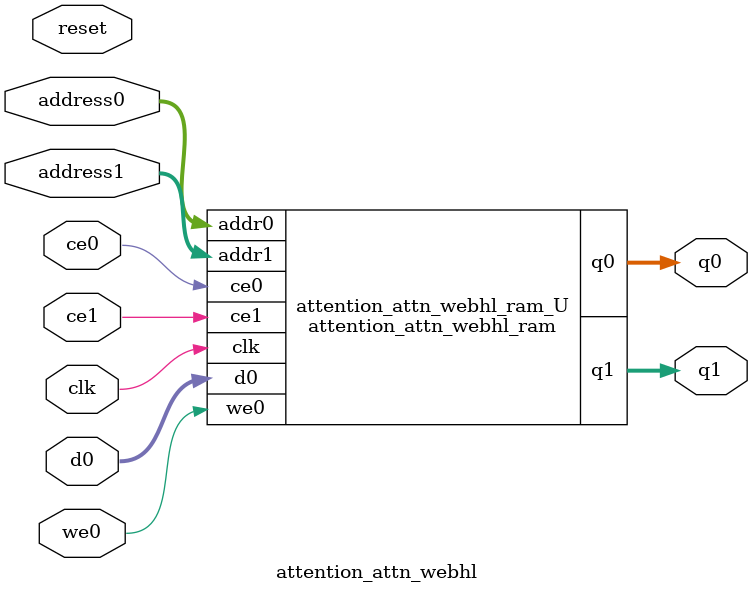
<source format=v>
`timescale 1 ns / 1 ps
module attention_attn_webhl_ram (addr0, ce0, d0, we0, q0, addr1, ce1, q1,  clk);

parameter DWIDTH = 40;
parameter AWIDTH = 5;
parameter MEM_SIZE = 24;

input[AWIDTH-1:0] addr0;
input ce0;
input[DWIDTH-1:0] d0;
input we0;
output reg[DWIDTH-1:0] q0;
input[AWIDTH-1:0] addr1;
input ce1;
output reg[DWIDTH-1:0] q1;
input clk;

(* ram_style = "distributed" *)reg [DWIDTH-1:0] ram[0:MEM_SIZE-1];




always @(posedge clk)  
begin 
    if (ce0) begin
        if (we0) 
            ram[addr0] <= d0; 
        q0 <= ram[addr0];
    end
end


always @(posedge clk)  
begin 
    if (ce1) begin
        q1 <= ram[addr1];
    end
end


endmodule

`timescale 1 ns / 1 ps
module attention_attn_webhl(
    reset,
    clk,
    address0,
    ce0,
    we0,
    d0,
    q0,
    address1,
    ce1,
    q1);

parameter DataWidth = 32'd40;
parameter AddressRange = 32'd24;
parameter AddressWidth = 32'd5;
input reset;
input clk;
input[AddressWidth - 1:0] address0;
input ce0;
input we0;
input[DataWidth - 1:0] d0;
output[DataWidth - 1:0] q0;
input[AddressWidth - 1:0] address1;
input ce1;
output[DataWidth - 1:0] q1;



attention_attn_webhl_ram attention_attn_webhl_ram_U(
    .clk( clk ),
    .addr0( address0 ),
    .ce0( ce0 ),
    .we0( we0 ),
    .d0( d0 ),
    .q0( q0 ),
    .addr1( address1 ),
    .ce1( ce1 ),
    .q1( q1 ));

endmodule


</source>
